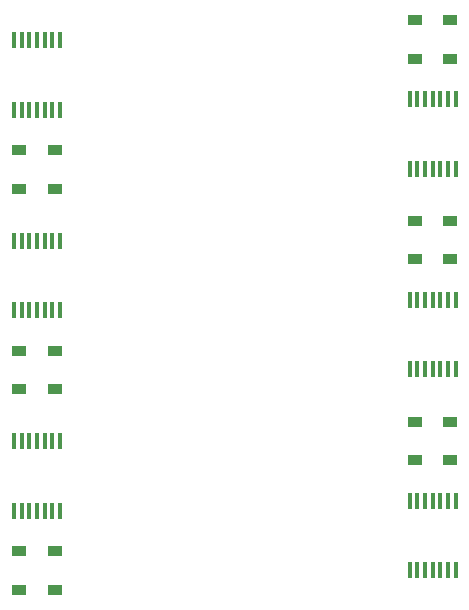
<source format=gtp>
G04 #@! TF.FileFunction,Paste,Top*
%FSLAX46Y46*%
G04 Gerber Fmt 4.6, Leading zero omitted, Abs format (unit mm)*
G04 Created by KiCad (PCBNEW 4.0.2-stable) date 27/07/2016 9:39:40 PM*
%MOMM*%
G01*
G04 APERTURE LIST*
%ADD10C,0.100000*%
%ADD11R,1.220000X0.910000*%
%ADD12R,0.450000X1.450000*%
G04 APERTURE END LIST*
D10*
D11*
X173500000Y-136865000D03*
X173500000Y-140135000D03*
X170500000Y-136865000D03*
X170500000Y-140135000D03*
D12*
X173950000Y-143550000D03*
X173300000Y-143550000D03*
X172650000Y-143550000D03*
X172000000Y-143550000D03*
X171350000Y-143550000D03*
X170700000Y-143550000D03*
X170050000Y-143550000D03*
X170050000Y-149450000D03*
X170700000Y-149450000D03*
X171350000Y-149450000D03*
X172000000Y-149450000D03*
X172650000Y-149450000D03*
X173300000Y-149450000D03*
X173950000Y-149450000D03*
X173950000Y-109550000D03*
X173300000Y-109550000D03*
X172650000Y-109550000D03*
X172000000Y-109550000D03*
X171350000Y-109550000D03*
X170700000Y-109550000D03*
X170050000Y-109550000D03*
X170050000Y-115450000D03*
X170700000Y-115450000D03*
X171350000Y-115450000D03*
X172000000Y-115450000D03*
X172650000Y-115450000D03*
X173300000Y-115450000D03*
X173950000Y-115450000D03*
D11*
X170500000Y-102865000D03*
X170500000Y-106135000D03*
X173500000Y-102865000D03*
X173500000Y-106135000D03*
X173500000Y-119865000D03*
X173500000Y-123135000D03*
X170500000Y-119865000D03*
X170500000Y-123135000D03*
D12*
X173950000Y-126550000D03*
X173300000Y-126550000D03*
X172650000Y-126550000D03*
X172000000Y-126550000D03*
X171350000Y-126550000D03*
X170700000Y-126550000D03*
X170050000Y-126550000D03*
X170050000Y-132450000D03*
X170700000Y-132450000D03*
X171350000Y-132450000D03*
X172000000Y-132450000D03*
X172650000Y-132450000D03*
X173300000Y-132450000D03*
X173950000Y-132450000D03*
X136550000Y-127450000D03*
X137200000Y-127450000D03*
X137850000Y-127450000D03*
X138500000Y-127450000D03*
X139150000Y-127450000D03*
X139800000Y-127450000D03*
X140450000Y-127450000D03*
X140450000Y-121550000D03*
X139800000Y-121550000D03*
X139150000Y-121550000D03*
X138500000Y-121550000D03*
X137850000Y-121550000D03*
X137200000Y-121550000D03*
X136550000Y-121550000D03*
D11*
X140000000Y-134135000D03*
X140000000Y-130865000D03*
X137000000Y-134135000D03*
X137000000Y-130865000D03*
X137000000Y-151135000D03*
X137000000Y-147865000D03*
X140000000Y-151135000D03*
X140000000Y-147865000D03*
D12*
X136550000Y-144450000D03*
X137200000Y-144450000D03*
X137850000Y-144450000D03*
X138500000Y-144450000D03*
X139150000Y-144450000D03*
X139800000Y-144450000D03*
X140450000Y-144450000D03*
X140450000Y-138550000D03*
X139800000Y-138550000D03*
X139150000Y-138550000D03*
X138500000Y-138550000D03*
X137850000Y-138550000D03*
X137200000Y-138550000D03*
X136550000Y-138550000D03*
X136550000Y-110450000D03*
X137200000Y-110450000D03*
X137850000Y-110450000D03*
X138500000Y-110450000D03*
X139150000Y-110450000D03*
X139800000Y-110450000D03*
X140450000Y-110450000D03*
X140450000Y-104550000D03*
X139800000Y-104550000D03*
X139150000Y-104550000D03*
X138500000Y-104550000D03*
X137850000Y-104550000D03*
X137200000Y-104550000D03*
X136550000Y-104550000D03*
D11*
X140000000Y-117135000D03*
X140000000Y-113865000D03*
X137000000Y-117135000D03*
X137000000Y-113865000D03*
M02*

</source>
